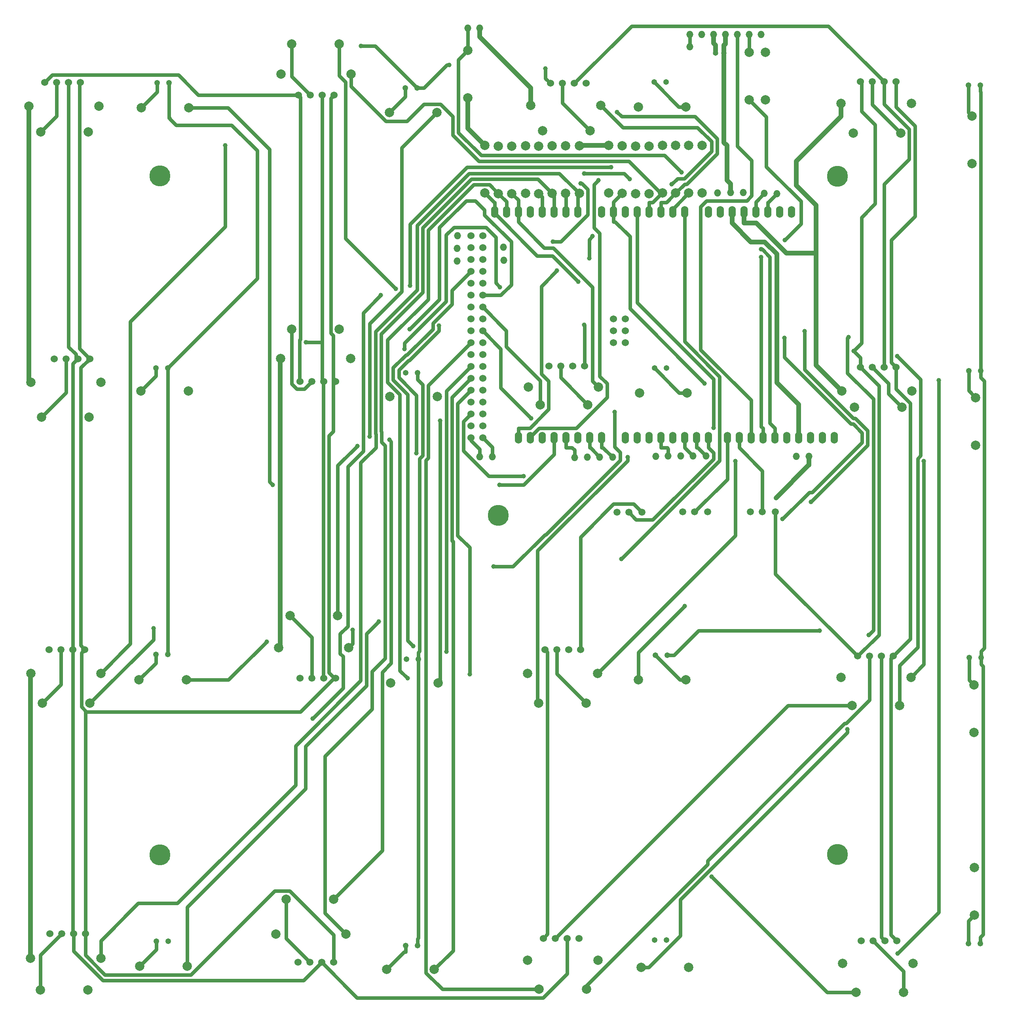
<source format=gbr>
G04 #@! TF.FileFunction,Copper,L2,Bot,Signal*
%FSLAX46Y46*%
G04 Gerber Fmt 4.6, Leading zero omitted, Abs format (unit mm)*
G04 Created by KiCad (PCBNEW 0.201502231246+5447~21~ubuntu14.04.1-product) date Thu 19 Mar 2015 19:56:55 AEDT*
%MOMM*%
G01*
G04 APERTURE LIST*
%ADD10C,0.100000*%
%ADD11O,1.219200X1.219200*%
%ADD12O,1.524000X1.524000*%
%ADD13C,1.524000*%
%ADD14C,1.520000*%
%ADD15C,1.998980*%
%ADD16O,1.524000X2.540000*%
%ADD17O,1.168400X1.168400*%
%ADD18C,4.500880*%
%ADD19C,1.000000*%
%ADD20C,1.000000*%
%ADD21C,0.800000*%
G04 APERTURE END LIST*
D10*
D11*
X68707000Y38074600D03*
X71247000Y38074600D03*
X121767600Y37007800D03*
X124307600Y37007800D03*
X175006400Y38227000D03*
X177546400Y38227000D03*
X242265400Y37617400D03*
X244805400Y37617400D03*
X68402200Y-22885400D03*
X70942200Y-22885400D03*
X121843800Y-23901400D03*
X124383800Y-23901400D03*
X175082400Y-22885400D03*
X177622400Y-22885400D03*
X242341400Y-23495000D03*
X244881400Y-23495000D03*
X68402200Y-84048600D03*
X70942200Y-84048600D03*
X122047000Y-85064600D03*
X124587000Y-85064600D03*
X175285400Y-84251800D03*
X177825400Y-84251800D03*
X242417400Y-84785200D03*
X244957400Y-84785200D03*
X68529200Y-145415000D03*
X71069200Y-145415000D03*
X121843800Y-146279000D03*
X124383800Y-146279000D03*
X175107400Y-145161000D03*
X177647400Y-145161000D03*
X242265400Y-145898000D03*
X244805400Y-145898000D03*
D12*
X197891400Y48463200D03*
X195351400Y48463200D03*
X192811400Y48463200D03*
X190271400Y48463200D03*
X187731400Y48463200D03*
X185191400Y48463200D03*
X182651400Y48463200D03*
X201295400Y14401800D03*
X132892400Y2743200D03*
X142798400Y2921000D03*
X132892400Y0D03*
X142824400Y203200D03*
X205384400Y-41706800D03*
X186105400Y-41630600D03*
X183362400Y-41681400D03*
X180695400Y-41681400D03*
X178028400Y-41656000D03*
X175361400Y-41706800D03*
X166116400Y-41935400D03*
X163372400Y-41884600D03*
X160680400Y-41910000D03*
X157988400Y-41960800D03*
X140360400Y-41808400D03*
X137693400Y-41808400D03*
X182651400Y45770800D03*
D13*
X44678600Y38150800D03*
D14*
X47218600Y38150800D03*
D13*
X49758600Y38150800D03*
X52298600Y38150800D03*
X98907600Y35483800D03*
D14*
X101447600Y35483800D03*
D13*
X103987600Y35483800D03*
X106527600Y35483800D03*
X152831400Y37973000D03*
D14*
X155371400Y37973000D03*
D13*
X157911400Y37973000D03*
X160451400Y37973000D03*
X219100400Y38354000D03*
D14*
X221640400Y38354000D03*
D13*
X224180400Y38354000D03*
X226720400Y38354000D03*
X46634400Y-20880000D03*
D14*
X49174400Y-20880000D03*
D13*
X51714400Y-20880000D03*
X54254400Y-20880000D03*
X99237800Y-25730200D03*
D14*
X101777800Y-25730200D03*
D13*
X104317800Y-25730200D03*
X106857800Y-25730200D03*
X152476400Y-22479000D03*
D14*
X155016400Y-22479000D03*
D13*
X157556400Y-22479000D03*
X160096400Y-22479000D03*
X219125400Y-22682200D03*
D14*
X221665400Y-22682200D03*
D13*
X224205400Y-22682200D03*
X226745400Y-22682200D03*
X45593000Y-83032600D03*
D14*
X48133000Y-83032600D03*
D13*
X50673000Y-83032600D03*
X53213000Y-83032600D03*
X99237800Y-89128600D03*
D14*
X101777800Y-89128600D03*
D13*
X104317800Y-89128600D03*
X106857800Y-89128600D03*
X151663400Y-83032600D03*
D14*
X154203400Y-83032600D03*
D13*
X156743400Y-83032600D03*
X159283400Y-83032600D03*
X218541400Y-84455000D03*
D14*
X221081400Y-84455000D03*
D13*
X223621400Y-84455000D03*
X226161400Y-84455000D03*
X45745400Y-143739000D03*
D14*
X48285400Y-143739000D03*
D13*
X50825400Y-143739000D03*
X53365400Y-143739000D03*
X98831400Y-149885000D03*
D14*
X101371400Y-149885000D03*
D13*
X103911400Y-149885000D03*
X106451400Y-149885000D03*
X151282400Y-144780000D03*
D14*
X153822400Y-144780000D03*
D13*
X156362400Y-144780000D03*
X158902400Y-144780000D03*
X219303400Y-145288000D03*
D14*
X221843400Y-145288000D03*
D13*
X224383400Y-145288000D03*
X226923400Y-145288000D03*
D14*
X195630800Y-53568600D03*
X198170800Y-53594000D03*
X200964800Y-53594000D03*
X181152800Y-53568600D03*
X183692800Y-53594000D03*
X186486800Y-53594000D03*
X167055800Y-53695600D03*
X169595800Y-53721000D03*
X172389800Y-53721000D03*
D15*
X218236400Y-156261000D03*
X228396400Y-156261000D03*
X53949600Y27559000D03*
X43789600Y27559000D03*
X107619800Y46355000D03*
X97459800Y46355000D03*
X151155400Y27863800D03*
X161315400Y27863800D03*
X217576400Y27355800D03*
X227736400Y27355800D03*
X54127400Y-33350200D03*
X43967400Y-33350200D03*
X107670600Y-14605000D03*
X97510600Y-14605000D03*
X150647400Y-30708600D03*
X160807400Y-30708600D03*
X217830400Y-31216600D03*
X227990400Y-31216600D03*
X54330600Y-94513400D03*
X44170600Y-94513400D03*
X107289600Y-75819000D03*
X97129600Y-75819000D03*
X150342400Y-94513400D03*
X160502400Y-94513400D03*
X217322400Y-94996000D03*
X227482400Y-94996000D03*
X96266000Y-136398000D03*
X106426000Y-136398000D03*
X43688000Y-155829000D03*
X53848000Y-155829000D03*
X160528400Y-155651000D03*
X150368400Y-155651000D03*
X135153400Y34848800D03*
X135153400Y45008800D03*
X75488800Y32740600D03*
X65328800Y32740600D03*
X128524000Y31724600D03*
X118364000Y31724600D03*
X171602400Y32943800D03*
X181762400Y32943800D03*
X243027400Y20828000D03*
X243027400Y30988000D03*
X75361800Y-27762200D03*
X65201800Y-27762200D03*
X128600200Y-28981400D03*
X118440200Y-28981400D03*
X171881400Y-28168600D03*
X182041400Y-28168600D03*
X243814400Y-39344600D03*
X243814400Y-29184600D03*
X74955400Y-89535000D03*
X64795400Y-89535000D03*
X128803400Y-90144600D03*
X118643400Y-90144600D03*
X171678400Y-89535000D03*
X181838400Y-89535000D03*
X243408400Y-100761800D03*
X243408400Y-90601800D03*
X75158600Y-150724000D03*
X64998600Y-150724000D03*
X127990600Y-151359000D03*
X117830600Y-151359000D03*
X172237400Y-150927000D03*
X182397400Y-150927000D03*
X243535400Y-129642000D03*
X243535400Y-139802000D03*
X182422400Y24688800D03*
X182422400Y14528800D03*
X176834400Y24688800D03*
X176834400Y14528800D03*
X171069400Y24587200D03*
X171069400Y14427200D03*
X165252400Y24739600D03*
X165252400Y14579600D03*
X156032400Y24638000D03*
X156032400Y14478000D03*
X150342400Y24587200D03*
X150342400Y14427200D03*
X144576400Y24587200D03*
X144576400Y14427200D03*
X138785400Y24688800D03*
X138785400Y14528800D03*
X179628400Y24688800D03*
X179628400Y14528800D03*
X185242400Y24688800D03*
X185242400Y14528800D03*
X173913400Y24587200D03*
X173913400Y14427200D03*
X168173400Y24638000D03*
X168173400Y14478000D03*
X159004400Y24638000D03*
X159004400Y14478000D03*
X153187400Y24638000D03*
X153187400Y14478000D03*
X147497400Y24638000D03*
X147497400Y14478000D03*
X141681400Y24587200D03*
X141681400Y14427200D03*
X195376400Y44627800D03*
X195376400Y34467800D03*
D16*
X163728400Y-37795200D03*
X161188400Y-37795200D03*
X158648400Y-37795200D03*
X156108400Y-37795200D03*
X153568400Y-37795200D03*
X151028400Y-37795200D03*
X148488400Y-37795200D03*
X145948400Y-37795200D03*
X140868400Y10464800D03*
X143408400Y10464800D03*
X145948400Y10464800D03*
X148488400Y10464800D03*
X158648400Y10464800D03*
X163728400Y10464800D03*
X166268400Y10464800D03*
X156108400Y10464800D03*
X153568400Y10464800D03*
X151028400Y10464800D03*
X168808400Y10464800D03*
X171348400Y10464800D03*
X173888400Y10464800D03*
X181508400Y10464800D03*
X178968400Y10464800D03*
X176428400Y10464800D03*
X186588400Y10464800D03*
X189128400Y10464800D03*
X191668400Y10464800D03*
X196748400Y10464800D03*
X199288400Y10464800D03*
X168808400Y-37795200D03*
X171348400Y-37795200D03*
X173888400Y-37795200D03*
X176428400Y-37795200D03*
X178968400Y-37795200D03*
X181508400Y-37795200D03*
X184048400Y-37795200D03*
X186588400Y-37795200D03*
X190652400Y-37795200D03*
X193192400Y-37795200D03*
X195732400Y-37795200D03*
X198272400Y-37795200D03*
X200812400Y-37795200D03*
X203352400Y-37795200D03*
X205892400Y-37795200D03*
X208432400Y-37795200D03*
X194208400Y10464800D03*
D13*
X138328400Y-35255200D03*
X135788400Y-35255200D03*
X138328400Y-32715200D03*
X135788400Y-32715200D03*
X138328400Y-30175200D03*
X135788400Y-30175200D03*
X138328400Y-27635200D03*
X135788400Y-27635200D03*
X138328400Y-37795200D03*
X135788400Y-37795200D03*
X135788400Y-25095200D03*
X138328400Y-25095200D03*
X138328400Y-22555200D03*
X135788400Y-22555200D03*
X138328400Y-20015200D03*
X135788400Y-20015200D03*
X138328400Y-17475200D03*
X135788400Y-17475200D03*
X138328400Y-14935200D03*
X135788400Y-14935200D03*
X138328400Y-12395200D03*
X135788400Y-12395200D03*
X138328400Y-9855200D03*
X135788400Y-9855200D03*
X138328400Y-7315200D03*
X135788400Y-7315200D03*
X138328400Y-4775200D03*
X135788400Y-4775200D03*
X138328400Y-2235200D03*
X135788400Y-2235200D03*
X138328400Y304800D03*
X135788400Y304800D03*
X138328400Y2844800D03*
X135788400Y2844800D03*
X138328400Y5384800D03*
X135788400Y5384800D03*
X168808400Y-17475200D03*
X166268400Y-17475200D03*
X168808400Y-14935200D03*
X166268400Y-14935200D03*
X168808400Y-12395200D03*
X166268400Y-12395200D03*
D16*
X201828400Y10464800D03*
X204368400Y10464800D03*
X210972400Y-37795200D03*
X213512400Y-37795200D03*
D12*
X135153400Y49784000D03*
X137693400Y49784000D03*
D15*
X41217200Y33096200D03*
X56217200Y33096200D03*
X95192200Y39928800D03*
X110192200Y39928800D03*
X148633400Y33274000D03*
X163633400Y33274000D03*
X215029400Y33655000D03*
X230029400Y33655000D03*
X41674400Y-25880000D03*
X56674400Y-25880000D03*
X95090600Y-20853400D03*
X110090600Y-20853400D03*
X148125400Y-26949400D03*
X163125400Y-26949400D03*
X215181400Y-27762200D03*
X230181400Y-27762200D03*
X41649000Y-88112600D03*
X56649000Y-88112600D03*
X94684200Y-82626200D03*
X109684200Y-82626200D03*
X147922400Y-88112600D03*
X162922400Y-88112600D03*
X214953400Y-88976200D03*
X229953400Y-88976200D03*
X41623600Y-149047000D03*
X56623600Y-149047000D03*
X94074600Y-143840000D03*
X109074600Y-143840000D03*
X147973400Y-149479000D03*
X162973400Y-149479000D03*
X215359400Y-150089000D03*
X230359400Y-150089000D03*
X198856400Y34467800D03*
X198856400Y44627800D03*
D12*
X198577400Y14452600D03*
X132918400Y5435600D03*
X208102400Y-41783000D03*
X194081400Y14681200D03*
X191363400Y14655800D03*
X188595400Y14579600D03*
D17*
X188188400Y44424600D03*
X189966400Y44424600D03*
D18*
X69240400Y18211800D03*
X214249000Y18135600D03*
X69240400Y-126923800D03*
X214249000Y-126873000D03*
X141706600Y-54330600D03*
D19*
X201073100Y-50624500D03*
X190576900Y24688800D03*
X217673200Y-19202400D03*
X151750100Y41141200D03*
X100504800Y-17390600D03*
X160039700Y-13643900D03*
X187336800Y-131582400D03*
X123503900Y-82310700D03*
X153327300Y4133000D03*
X159276500Y16576400D03*
X119740100Y-5892500D03*
X161847800Y5331700D03*
X161105600Y625400D03*
X165799200Y20030700D03*
X122801600Y-5292100D03*
X122699300Y-14583700D03*
X67901000Y-78492900D03*
X121609700Y-18766300D03*
X142033800Y-5551400D03*
X111491800Y-39525400D03*
X169322800Y-41881500D03*
X148681900Y-33602800D03*
X227010500Y-20283600D03*
X118342900Y-38209800D03*
X227069000Y-147976700D03*
X235859400Y-25517700D03*
X197878000Y2502700D03*
X180904800Y18943600D03*
X93397700Y-47856300D03*
X141885500Y-47820800D03*
X114165400Y-37525800D03*
X163105000Y17302400D03*
X154203400Y-2041000D03*
X128974100Y-13800100D03*
X124154100Y-41065700D03*
X147057400Y-45976700D03*
X140639800Y-65252600D03*
X92108600Y-81367400D03*
X166551300Y-32217200D03*
X129189500Y-34107600D03*
X181547300Y-73764700D03*
X202497000Y-55149600D03*
X202848700Y-16449900D03*
X135552700Y-88304700D03*
X116117500Y-77023600D03*
X208595800Y-51446700D03*
X207238900Y-14975200D03*
X216322000Y-100098400D03*
X220904400Y-79925800D03*
X216610200Y-16218600D03*
X130616500Y-83458400D03*
X197900300Y881200D03*
X202971400Y4470400D03*
X169789400Y17540600D03*
X160012500Y18730400D03*
X178773100Y16390100D03*
X158795200Y-4396400D03*
X83210400Y24688800D03*
X167070500Y31843800D03*
X168015800Y-63697800D03*
X110510600Y-78855800D03*
X187715000Y-35627200D03*
X192363500Y-42781600D03*
X185788200Y-26133700D03*
X232696700Y-42772000D03*
X116545500Y-7319000D03*
X101964900Y-97757500D03*
X122253900Y-89163700D03*
X210455700Y-78974900D03*
X112291700Y45957900D03*
X131152000Y41937500D03*
D20*
X208102400Y-41783000D02*
X208102400Y-43645300D01*
X208102400Y-43645300D02*
X208052300Y-43645300D01*
X208052300Y-43645300D02*
X201073100Y-50624500D01*
X191668400Y8094500D02*
X195659900Y4103000D01*
X195659900Y4103000D02*
X198639300Y4103000D01*
X198639300Y4103000D02*
X201248400Y1493900D01*
X201248400Y1493900D02*
X201248400Y-26018500D01*
X201248400Y-26018500D02*
X205892400Y-30662500D01*
X205892400Y-30662500D02*
X205892400Y-37795200D01*
X165252400Y24739600D02*
X159106000Y24739600D01*
X159106000Y24739600D02*
X159004400Y24638000D01*
X191668400Y10464800D02*
X191668400Y8094500D01*
X138785400Y24688800D02*
X135153400Y28320800D01*
X135153400Y28320800D02*
X135153400Y34848800D01*
X190576900Y24688800D02*
X189966400Y25299300D01*
X189966400Y25299300D02*
X189966400Y44424600D01*
X191363400Y16518100D02*
X190576900Y17304600D01*
X190576900Y17304600D02*
X190576900Y24688800D01*
X191363400Y14655800D02*
X191363400Y16518100D01*
X189966400Y44424600D02*
X189966400Y46109100D01*
X189966400Y46109100D02*
X190271400Y46414100D01*
X190271400Y46414100D02*
X190271400Y48463200D01*
D21*
X199288400Y10464800D02*
X199288400Y12535100D01*
X199288400Y12535100D02*
X199428700Y12535100D01*
X199428700Y12535100D02*
X201295400Y14401800D01*
X196748400Y10464800D02*
X196748400Y12623600D01*
X196748400Y12623600D02*
X198577400Y14452600D01*
X184048400Y-37795200D02*
X184048400Y-39865500D01*
X184048400Y-39865500D02*
X184340300Y-39865500D01*
X184340300Y-39865500D02*
X186105400Y-41630600D01*
X181508400Y-37795200D02*
X181508400Y-39865500D01*
X181508400Y-39865500D02*
X181546500Y-39865500D01*
X181546500Y-39865500D02*
X183362400Y-41681400D01*
X176428400Y-37795200D02*
X176428400Y-39865500D01*
X178028400Y-41656000D02*
X178028400Y-40093700D01*
X176428400Y-39865500D02*
X177800200Y-39865500D01*
X177800200Y-39865500D02*
X178028400Y-40093700D01*
X163728400Y-37795200D02*
X163728400Y-39865500D01*
X163728400Y-39865500D02*
X164046500Y-39865500D01*
X164046500Y-39865500D02*
X166116400Y-41935400D01*
X161188400Y-37795200D02*
X161188400Y-39865500D01*
X161188400Y-39865500D02*
X161353300Y-39865500D01*
X161353300Y-39865500D02*
X163372400Y-41884600D01*
X156108400Y-37795200D02*
X156108400Y-39865500D01*
X157988400Y-41960800D02*
X157988400Y-40398500D01*
X156108400Y-39865500D02*
X157455400Y-39865500D01*
X157455400Y-39865500D02*
X157988400Y-40398500D01*
X138328400Y-37795200D02*
X140360400Y-39827200D01*
X140360400Y-39827200D02*
X140360400Y-41808400D01*
X137693400Y-41808400D02*
X137693400Y-40246100D01*
X135788400Y-37795200D02*
X135788400Y-38341100D01*
X135788400Y-38341100D02*
X137693400Y-40246100D01*
X219378800Y7391400D02*
X219378800Y9346200D01*
X222300800Y29083000D02*
X219378800Y32005000D01*
X222300800Y12268200D02*
X222300800Y29083000D01*
X219378800Y9346200D02*
X222300800Y12268200D01*
X219100400Y38354000D02*
X219378800Y38075600D01*
X219378800Y38075600D02*
X219378800Y32005000D01*
X219378800Y7391400D02*
X219378800Y-17496800D01*
X219378800Y-17496800D02*
X217673200Y-19202400D01*
X217673200Y-19202400D02*
X219125400Y-20654600D01*
X219125400Y-20654600D02*
X219125400Y-22682200D01*
X218541400Y-84455000D02*
X223101900Y-79894500D01*
X223101900Y-79894500D02*
X223101900Y-26658700D01*
X223101900Y-26658700D02*
X219125400Y-22682200D01*
X98907600Y35483800D02*
X77503900Y35483800D01*
X77503900Y35483800D02*
X73229200Y39758500D01*
X73229200Y39758500D02*
X46286300Y39758500D01*
X46286300Y39758500D02*
X44678600Y38150800D01*
X99237800Y-25730200D02*
X99204500Y-25696900D01*
X99204500Y-25696900D02*
X99204500Y-16852000D01*
X99204500Y-16852000D02*
X99319000Y-16737500D01*
X99319000Y-16737500D02*
X99319000Y35072400D01*
X99319000Y35072400D02*
X98907600Y35483800D01*
X151663400Y-83032600D02*
X152187200Y-83556400D01*
X152187200Y-83556400D02*
X152187200Y-143875200D01*
X152187200Y-143875200D02*
X151282400Y-144780000D01*
X152831400Y37973000D02*
X151750100Y39054300D01*
X151750100Y39054300D02*
X151750100Y41141200D01*
X200964800Y-53594000D02*
X200964800Y-66878400D01*
X200964800Y-66878400D02*
X218541400Y-84455000D01*
X43789600Y27559000D02*
X47218600Y30988000D01*
X47218600Y30988000D02*
X47218600Y38150800D01*
X157911400Y37973000D02*
X170179200Y50240800D01*
X170179200Y50240800D02*
X212293600Y50240800D01*
X212293600Y50240800D02*
X224180400Y38354000D01*
X156362400Y-144780000D02*
X156362400Y-152288300D01*
X156362400Y-152288300D02*
X151195200Y-157455500D01*
X151195200Y-157455500D02*
X111481900Y-157455500D01*
X111481900Y-157455500D02*
X103911400Y-149885000D01*
X50825400Y-143739000D02*
X50825400Y-147527700D01*
X50825400Y-147527700D02*
X57049100Y-153751400D01*
X57049100Y-153751400D02*
X100045000Y-153751400D01*
X100045000Y-153751400D02*
X103911400Y-149885000D01*
X50825400Y-143739000D02*
X50673000Y-143586600D01*
X50673000Y-143586600D02*
X50673000Y-83032600D01*
X103987600Y-17390600D02*
X103987600Y-25400000D01*
X103987600Y-25400000D02*
X104317800Y-25730200D01*
X103987600Y35483800D02*
X103987600Y-17390600D01*
X103987600Y-17390600D02*
X100504800Y-17390600D01*
X224205400Y-22682200D02*
X224205400Y16436800D01*
X224205400Y16436800D02*
X229553200Y21784600D01*
X229553200Y21784600D02*
X229553200Y28166400D01*
X229553200Y28166400D02*
X224180400Y33539200D01*
X224180400Y33539200D02*
X224180400Y38354000D01*
X224383400Y-145288000D02*
X223621400Y-144526000D01*
X223621400Y-144526000D02*
X223621400Y-84455000D01*
X51319300Y-20880000D02*
X51319300Y-19902700D01*
X51319300Y-19902700D02*
X49758600Y-18342000D01*
X49758600Y-18342000D02*
X49758600Y38150800D01*
X50673000Y-83032600D02*
X50673000Y-21921400D01*
X50673000Y-21921400D02*
X51319300Y-21275100D01*
X51319300Y-21275100D02*
X51319300Y-20880000D01*
X51319300Y-20880000D02*
X51714400Y-20880000D01*
X104317800Y-89128600D02*
X104256600Y-89067400D01*
X104256600Y-89067400D02*
X104256600Y-25791400D01*
X104256600Y-25791400D02*
X104317800Y-25730200D01*
X226745400Y-22682200D02*
X225706400Y-21643200D01*
X225706400Y-21643200D02*
X225706400Y4483100D01*
X225706400Y4483100D02*
X230803600Y9580300D01*
X230803600Y9580300D02*
X230803600Y28874300D01*
X230803600Y28874300D02*
X226720400Y32957500D01*
X226720400Y32957500D02*
X226720400Y38354000D01*
X226161400Y-84455000D02*
X229815300Y-80801100D01*
X229815300Y-80801100D02*
X229815300Y-30426400D01*
X229815300Y-30426400D02*
X226745400Y-27356500D01*
X226745400Y-27356500D02*
X226745400Y-22682200D01*
X53365400Y-143739000D02*
X53365400Y-148370000D01*
X53365400Y-148370000D02*
X57532800Y-152537400D01*
X57532800Y-152537400D02*
X75910800Y-152537400D01*
X75910800Y-152537400D02*
X93864000Y-134584200D01*
X93864000Y-134584200D02*
X97005600Y-134584200D01*
X97005600Y-134584200D02*
X106451400Y-144030000D01*
X106451400Y-144030000D02*
X106451400Y-149885000D01*
X53560800Y-96352500D02*
X53365400Y-96547900D01*
X53365400Y-96547900D02*
X53365400Y-143739000D01*
X160039700Y-13643900D02*
X160096400Y-13700600D01*
X160096400Y-13700600D02*
X160096400Y-22479000D01*
X159283400Y-83032600D02*
X159283400Y-58975600D01*
X159283400Y-58975600D02*
X166326300Y-51932700D01*
X166326300Y-51932700D02*
X170601500Y-51932700D01*
X170601500Y-51932700D02*
X172389800Y-53721000D01*
X53560800Y-96352500D02*
X52501000Y-95292700D01*
X52501000Y-95292700D02*
X52501000Y-83744600D01*
X52501000Y-83744600D02*
X53213000Y-83032600D01*
X106461800Y-89128600D02*
X106461800Y-89221900D01*
X106461800Y-89221900D02*
X99331200Y-96352500D01*
X99331200Y-96352500D02*
X53560800Y-96352500D01*
X106369600Y-25730200D02*
X106369600Y-36410700D01*
X106369600Y-36410700D02*
X105457000Y-37323300D01*
X105457000Y-37323300D02*
X105457000Y-87993200D01*
X105457000Y-87993200D02*
X106461800Y-88998000D01*
X106461800Y-88998000D02*
X106461800Y-89128600D01*
X106461800Y-89128600D02*
X106857800Y-89128600D01*
X53213000Y-83032600D02*
X52327500Y-82147100D01*
X52327500Y-82147100D02*
X52327500Y-22806900D01*
X52327500Y-22806900D02*
X54254400Y-20880000D01*
X106369600Y-25730200D02*
X106369600Y-15889900D01*
X106369600Y-15889900D02*
X105857300Y-15377600D01*
X105857300Y-15377600D02*
X105857300Y34813500D01*
X105857300Y34813500D02*
X106527600Y35483800D01*
X106857800Y-25730200D02*
X106369600Y-25730200D01*
X226923400Y-145288000D02*
X225680300Y-144044900D01*
X225680300Y-144044900D02*
X225680300Y-84936100D01*
X225680300Y-84936100D02*
X226161400Y-84455000D01*
X54254400Y-20880000D02*
X52115300Y-18740900D01*
X52115300Y-18740900D02*
X52115300Y37967500D01*
X52115300Y37967500D02*
X52298600Y38150800D01*
X97459800Y46355000D02*
X97459800Y39471600D01*
X97459800Y39471600D02*
X101447600Y35483800D01*
X161315400Y27863800D02*
X155371400Y33807800D01*
X155371400Y33807800D02*
X155371400Y37973000D01*
X227736400Y27355800D02*
X221640400Y33451800D01*
X221640400Y33451800D02*
X221640400Y38354000D01*
X43967400Y-33350200D02*
X49174400Y-28143200D01*
X49174400Y-28143200D02*
X49174400Y-20880000D01*
X97510600Y-14605000D02*
X97510600Y-26247100D01*
X97510600Y-26247100D02*
X98594000Y-27330500D01*
X98594000Y-27330500D02*
X100177500Y-27330500D01*
X100177500Y-27330500D02*
X101777800Y-25730200D01*
X160807400Y-30708600D02*
X155016400Y-24917600D01*
X155016400Y-24917600D02*
X155016400Y-22479000D01*
X227990400Y-31216600D02*
X225148000Y-28374200D01*
X225148000Y-28374200D02*
X225148000Y-26164800D01*
X225148000Y-26164800D02*
X221665400Y-22682200D01*
X44170600Y-94513400D02*
X48133000Y-90551000D01*
X48133000Y-90551000D02*
X48133000Y-83032600D01*
X97129600Y-75819000D02*
X101777800Y-80467200D01*
X101777800Y-80467200D02*
X101777800Y-89128600D01*
X160502400Y-94513400D02*
X154203400Y-88214400D01*
X154203400Y-88214400D02*
X154203400Y-83032600D01*
X221081400Y-84455000D02*
X221081400Y-93784100D01*
X221081400Y-93784100D02*
X216067400Y-98798100D01*
X216067400Y-98798100D02*
X215783400Y-98798100D01*
X215783400Y-98798100D02*
X186429900Y-128151600D01*
X186429900Y-128151600D02*
X186429900Y-128952900D01*
X186429900Y-128952900D02*
X160528400Y-154854400D01*
X160528400Y-154854400D02*
X160528400Y-155651000D01*
X43688000Y-155829000D02*
X43688000Y-148336400D01*
X43688000Y-148336400D02*
X48285400Y-143739000D01*
X96266000Y-136398000D02*
X96266000Y-144779600D01*
X96266000Y-144779600D02*
X101371400Y-149885000D01*
X217322400Y-94996000D02*
X203606400Y-94996000D01*
X203606400Y-94996000D02*
X153822400Y-144780000D01*
X228396400Y-156261000D02*
X228396400Y-151841000D01*
X228396400Y-151841000D02*
X221843400Y-145288000D01*
X198170800Y-53594000D02*
X198170800Y-44843900D01*
X198170800Y-44843900D02*
X193192400Y-39865500D01*
X193192400Y-37795200D02*
X193192400Y-39865500D01*
X190652400Y-37795200D02*
X190652400Y-39865500D01*
X190652400Y-39865500D02*
X190652400Y-46634400D01*
X190652400Y-46634400D02*
X183692800Y-53594000D01*
X186588400Y-39865500D02*
X187693300Y-40970400D01*
X187693300Y-40970400D02*
X187693300Y-42322600D01*
X187693300Y-42322600D02*
X174721400Y-55294500D01*
X174721400Y-55294500D02*
X171169300Y-55294500D01*
X171169300Y-55294500D02*
X169595800Y-53721000D01*
X186588400Y-37795200D02*
X186588400Y-39865500D01*
X123503900Y-82310700D02*
X122303600Y-81110400D01*
X122303600Y-81110400D02*
X122303600Y-28515800D01*
X122303600Y-28515800D02*
X119185800Y-25398000D01*
X119185800Y-25398000D02*
X119185800Y-22813700D01*
X119185800Y-22813700D02*
X121932900Y-20066600D01*
X121932900Y-20066600D02*
X122148400Y-20066600D01*
X122148400Y-20066600D02*
X127673800Y-14541200D01*
X127673800Y-14541200D02*
X127673800Y-13261500D01*
X127673800Y-13261500D02*
X131726600Y-9208700D01*
X131726600Y-9208700D02*
X131726600Y-6297000D01*
X131726600Y-6297000D02*
X135788400Y-2235200D01*
X187336800Y-131582400D02*
X212015400Y-156261000D01*
X212015400Y-156261000D02*
X218236400Y-156261000D01*
X159539200Y16576400D02*
X159276500Y16576400D01*
X160811300Y15304300D02*
X159539200Y16576400D01*
X160811300Y9903600D02*
X160811300Y15304300D01*
X155040700Y4133000D02*
X160811300Y9903600D01*
X153327300Y4133000D02*
X155040700Y4133000D01*
X107619800Y46355000D02*
X107619800Y39641700D01*
X107619800Y39641700D02*
X108991800Y38269700D01*
X108991800Y38269700D02*
X108991800Y4855800D01*
X108991800Y4855800D02*
X119740100Y-5892500D01*
X161105600Y625400D02*
X161105600Y4589500D01*
X161105600Y4589500D02*
X161847800Y5331700D01*
X122801600Y-5292100D02*
X122801600Y7835300D01*
X122801600Y7835300D02*
X134997000Y20030700D01*
X134997000Y20030700D02*
X165799200Y20030700D01*
X138328400Y-7315200D02*
X142177700Y-7315200D01*
X142177700Y-7315200D02*
X144434300Y-5058600D01*
X144434300Y-5058600D02*
X144434300Y4111600D01*
X144434300Y4111600D02*
X138722400Y9823500D01*
X138722400Y9823500D02*
X138722400Y10915100D01*
X138722400Y10915100D02*
X136751800Y12885700D01*
X136751800Y12885700D02*
X134769900Y12885700D01*
X134769900Y12885700D02*
X129076400Y7192200D01*
X129076400Y7192200D02*
X129076400Y-8206600D01*
X129076400Y-8206600D02*
X122699300Y-14583700D01*
X138328400Y-9855200D02*
X143369000Y-14895800D01*
X143369000Y-14895800D02*
X143369000Y-18308100D01*
X143369000Y-18308100D02*
X150647400Y-25586500D01*
X150647400Y-25586500D02*
X150647400Y-30708600D01*
X67901000Y-78492900D02*
X67901000Y-80943000D01*
X67901000Y-80943000D02*
X54330600Y-94513400D01*
X142033800Y-5551400D02*
X141138200Y-4655800D01*
X141138200Y-4655800D02*
X141138200Y5089400D01*
X141138200Y5089400D02*
X139020300Y7207300D01*
X139020300Y7207300D02*
X132183800Y7207300D01*
X132183800Y7207300D02*
X130526200Y5549700D01*
X130526200Y5549700D02*
X130526200Y-8596000D01*
X130526200Y-8596000D02*
X121609700Y-17512500D01*
X121609700Y-17512500D02*
X121609700Y-18766300D01*
X111491800Y-39525400D02*
X107289600Y-43727600D01*
X107289600Y-43727600D02*
X107289600Y-75819000D01*
X150342400Y-94513400D02*
X150072500Y-94243500D01*
X150072500Y-94243500D02*
X150072500Y-61924900D01*
X150072500Y-61924900D02*
X169322800Y-42674600D01*
X169322800Y-42674600D02*
X169322800Y-41881500D01*
X138328400Y-14935200D02*
X142168600Y-18775400D01*
X142168600Y-18775400D02*
X142168600Y-27089500D01*
X142168600Y-27089500D02*
X148681900Y-33602800D01*
X227010500Y-20283600D02*
X232036100Y-25309200D01*
X232036100Y-25309200D02*
X232036100Y-41593700D01*
X232036100Y-41593700D02*
X231396400Y-42233400D01*
X231396400Y-42233400D02*
X231396400Y-82527800D01*
X231396400Y-82527800D02*
X227482400Y-86441800D01*
X227482400Y-86441800D02*
X227482400Y-94996000D01*
X106426000Y-136398000D02*
X116843500Y-125980500D01*
X116843500Y-125980500D02*
X116843500Y-87848700D01*
X116843500Y-87848700D02*
X118717400Y-85974800D01*
X118717400Y-85974800D02*
X118717400Y-38584300D01*
X118717400Y-38584300D02*
X118342900Y-38209800D01*
X227069000Y-147976700D02*
X235859400Y-139186300D01*
X235859400Y-139186300D02*
X235859400Y-25517700D01*
X150368400Y-155651000D02*
X129727500Y-155651000D01*
X129727500Y-155651000D02*
X126187700Y-152111200D01*
X126187700Y-152111200D02*
X126187700Y-42568600D01*
X126187700Y-42568600D02*
X126654700Y-42101600D01*
X126654700Y-42101600D02*
X126654700Y-26608900D01*
X126654700Y-26608900D02*
X135788400Y-17475200D01*
X197878000Y2502700D02*
X198117800Y2502700D01*
X198117800Y2502700D02*
X199748100Y872400D01*
X199748100Y872400D02*
X199748100Y-34660600D01*
X199748100Y-34660600D02*
X200812400Y-35724900D01*
X200812400Y-37795200D02*
X200812400Y-35724900D01*
X135153400Y45008800D02*
X133132800Y42988200D01*
X133132800Y42988200D02*
X133132800Y27442200D01*
X133132800Y27442200D02*
X137987700Y22587300D01*
X137987700Y22587300D02*
X177261100Y22587300D01*
X177261100Y22587300D02*
X180904800Y18943600D01*
X135153400Y49784000D02*
X135153400Y45008800D01*
X75488800Y32740600D02*
X83870800Y32740600D01*
X92740400Y23871000D02*
X92740400Y15489000D01*
X83870800Y32740600D02*
X92740400Y23871000D01*
X141885500Y-47820800D02*
X147052300Y-47820800D01*
X147052300Y-47820800D02*
X153568400Y-41304700D01*
X153568400Y-41304700D02*
X153568400Y-39865500D01*
X153568400Y-37795200D02*
X153568400Y-39865500D01*
X93397700Y-47856300D02*
X92740400Y-47199000D01*
X92740400Y-47199000D02*
X92740400Y15489000D01*
X114165400Y-37525800D02*
X114165400Y-13389000D01*
X114165400Y-13389000D02*
X121040500Y-6513900D01*
X121040500Y-6513900D02*
X121040500Y24241100D01*
X121040500Y24241100D02*
X128524000Y31724600D01*
X163105000Y17302400D02*
X162142300Y16339700D01*
X162142300Y16339700D02*
X162142300Y7129800D01*
X162142300Y7129800D02*
X163366600Y5905500D01*
X163366600Y5905500D02*
X163366600Y-24606700D01*
X163366600Y-24606700D02*
X164925300Y-26165400D01*
X164925300Y-26165400D02*
X164925300Y-29144700D01*
X164925300Y-29144700D02*
X158361600Y-35708400D01*
X158361600Y-35708400D02*
X150376900Y-35708400D01*
X150376900Y-35708400D02*
X148488400Y-37596900D01*
X148488400Y-37596900D02*
X148488400Y-37795200D01*
X145948400Y-35724900D02*
X148398800Y-35724900D01*
X148398800Y-35724900D02*
X152447400Y-31676300D01*
X152447400Y-31676300D02*
X152447400Y-25688800D01*
X152447400Y-25688800D02*
X150864100Y-24105500D01*
X150864100Y-24105500D02*
X150864100Y-5380300D01*
X150864100Y-5380300D02*
X154203400Y-2041000D01*
X145948400Y-37795200D02*
X145948400Y-35724900D01*
X124154100Y-41065700D02*
X124154100Y-28668800D01*
X124154100Y-28668800D02*
X120386100Y-24900800D01*
X120386100Y-24900800D02*
X120386100Y-23316700D01*
X120386100Y-23316700D02*
X122435900Y-21266900D01*
X122435900Y-21266900D02*
X122645600Y-21266900D01*
X122645600Y-21266900D02*
X128974100Y-14938400D01*
X128974100Y-14938400D02*
X128974100Y-13800100D01*
X135788400Y-32715200D02*
X134180500Y-34323100D01*
X134180500Y-34323100D02*
X134180500Y-40542300D01*
X134180500Y-40542300D02*
X139614900Y-45976700D01*
X139614900Y-45976700D02*
X147057400Y-45976700D01*
X151812750Y-58467750D02*
X151615650Y-58467750D01*
X144830800Y-65252600D02*
X140639800Y-65252600D01*
X151615650Y-58467750D02*
X144830800Y-65252600D01*
X92108600Y-81367400D02*
X83941000Y-89535000D01*
X83941000Y-89535000D02*
X74955400Y-89535000D01*
X166551300Y-32217200D02*
X166551300Y-39678300D01*
X166551300Y-39678300D02*
X167731200Y-40858200D01*
X167731200Y-40858200D02*
X167731200Y-42549300D01*
X167731200Y-42549300D02*
X151812750Y-58467750D01*
X129189500Y-34107600D02*
X129189500Y-89758500D01*
X129189500Y-89758500D02*
X128803400Y-90144600D01*
X202497000Y-55149600D02*
X208176300Y-49470300D01*
X208176300Y-49470300D02*
X208777900Y-49470300D01*
X208777900Y-49470300D02*
X219500900Y-38747300D01*
X219500900Y-38747300D02*
X219500900Y-36763600D01*
X219500900Y-36763600D02*
X217575900Y-34838600D01*
X217575900Y-34838600D02*
X217120700Y-34838600D01*
X217120700Y-34838600D02*
X202848700Y-20566600D01*
X202848700Y-20566600D02*
X202848700Y-16449900D01*
X181547300Y-73764700D02*
X171678400Y-83633600D01*
X171678400Y-83633600D02*
X171678400Y-89535000D01*
X135552700Y-88304700D02*
X135552700Y-61215100D01*
X135552700Y-61215100D02*
X132980100Y-58642500D01*
X132980100Y-58642500D02*
X132980100Y-30443500D01*
X132980100Y-30443500D02*
X135788400Y-27635200D01*
X75158600Y-138938000D02*
X75158600Y-138074400D01*
X100457000Y-112776000D02*
X100457000Y-103753000D01*
X75158600Y-138074400D02*
X100457000Y-112776000D01*
X208595800Y-51446700D02*
X220701300Y-39341200D01*
X220701300Y-39341200D02*
X220701300Y-36266300D01*
X220701300Y-36266300D02*
X218073200Y-33638200D01*
X218073200Y-33638200D02*
X217650700Y-33638200D01*
X217650700Y-33638200D02*
X207238900Y-23226400D01*
X207238900Y-23226400D02*
X207238900Y-14975200D01*
X116117500Y-77023600D02*
X113435600Y-79705500D01*
X113435600Y-79705500D02*
X113435600Y-90774400D01*
X113435600Y-90774400D02*
X100457000Y-103753000D01*
X75158600Y-138938000D02*
X75158600Y-150724000D01*
X127990600Y-151359000D02*
X131977600Y-147372000D01*
X131977600Y-147372000D02*
X131977600Y-59937800D01*
X131977600Y-59937800D02*
X131779800Y-59740000D01*
X131779800Y-59740000D02*
X131779800Y-29103800D01*
X131779800Y-29103800D02*
X135788400Y-25095200D01*
X216610200Y-16218600D02*
X216372900Y-16455900D01*
X216372900Y-16455900D02*
X216372900Y-23924500D01*
X216372900Y-23924500D02*
X221901600Y-29453200D01*
X221901600Y-29453200D02*
X221901600Y-78928600D01*
X221901600Y-78928600D02*
X220904400Y-79925800D01*
X216322000Y-100098400D02*
X216322000Y-100758300D01*
X216322000Y-100758300D02*
X180597500Y-136482800D01*
X180597500Y-136482800D02*
X180597500Y-144209300D01*
X180597500Y-144209300D02*
X173879800Y-150927000D01*
X173879800Y-150927000D02*
X172237400Y-150927000D01*
X135788400Y-22555200D02*
X130579400Y-27764200D01*
X130579400Y-27764200D02*
X130579400Y-83421300D01*
X130579400Y-83421300D02*
X130616500Y-83458400D01*
D20*
X215029400Y31800800D02*
X215029400Y30904800D01*
X209657600Y11932000D02*
X209657600Y1676400D01*
X205460600Y16129000D02*
X209657600Y11932000D01*
X205460600Y21336000D02*
X205460600Y16129000D01*
X215029400Y30904800D02*
X205460600Y21336000D01*
X94684200Y-82626200D02*
X94998000Y-82312400D01*
X94998000Y-82312400D02*
X94998000Y-20946000D01*
X94998000Y-20946000D02*
X95090600Y-20853400D01*
X196316600Y8094500D02*
X194208400Y8094500D01*
X196316600Y8094500D02*
X196910544Y8094500D01*
X196910544Y8094500D02*
X203328644Y1676400D01*
X203328644Y1676400D02*
X209657600Y1676400D01*
X194208400Y10464800D02*
X194208400Y8094500D01*
X215029400Y33655000D02*
X215029400Y31800800D01*
X215181400Y-27762200D02*
X209657600Y-22238400D01*
X209657600Y-22238400D02*
X209657600Y1676400D01*
X188188400Y44424600D02*
X188188400Y46109100D01*
X188188400Y46109100D02*
X187731400Y46566100D01*
X187731400Y46566100D02*
X187731400Y48463200D01*
X41217200Y33096200D02*
X41217200Y-25422800D01*
X41217200Y-25422800D02*
X41674400Y-25880000D01*
X41649000Y-88112600D02*
X41623600Y-88138000D01*
X41623600Y-88138000D02*
X41623600Y-149047000D01*
X137693400Y49784000D02*
X137693400Y47921700D01*
X148633400Y33274000D02*
X148633400Y36981700D01*
X148633400Y36981700D02*
X137693400Y47921700D01*
D21*
X199021500Y25679400D02*
X199021500Y20180500D01*
X206425800Y7924800D02*
X202971400Y4470400D01*
X206425800Y12776200D02*
X206425800Y7924800D01*
X199021500Y20180500D02*
X206425800Y12776200D01*
X199021500Y30822700D02*
X199021500Y25679400D01*
X198272400Y-37795200D02*
X198272400Y-35724900D01*
X197900300Y-35352800D02*
X197900300Y881200D01*
X198272400Y-35724900D02*
X197900300Y-35352800D01*
X199021500Y30822700D02*
X195376400Y34467800D01*
X168599600Y18730400D02*
X160012500Y18730400D01*
X169789400Y17540600D02*
X168599600Y18730400D01*
X182422400Y14528800D02*
X178968400Y11074800D01*
X178968400Y11074800D02*
X178968400Y10464800D01*
X176518000Y14404300D02*
X176642500Y14528800D01*
X176642500Y14528800D02*
X176834400Y14528800D01*
X173888400Y12535100D02*
X174648800Y12535100D01*
X174648800Y12535100D02*
X176518000Y14404300D01*
X110192200Y39928800D02*
X110192200Y37334600D01*
X110192200Y37334600D02*
X117602800Y29924000D01*
X117602800Y29924000D02*
X122117100Y29924000D01*
X122117100Y29924000D02*
X125741800Y33548700D01*
X125741800Y33548700D02*
X129278500Y33548700D01*
X129278500Y33548700D02*
X131932200Y30895000D01*
X131932200Y30895000D02*
X131932200Y26924200D01*
X131932200Y26924200D02*
X137525400Y21331000D01*
X137525400Y21331000D02*
X169591200Y21331000D01*
X169591200Y21331000D02*
X176518000Y14404300D01*
X173888400Y10464800D02*
X173888400Y12535100D01*
X178773100Y16390100D02*
X180026300Y17643300D01*
X180026300Y17643300D02*
X181443500Y17643300D01*
X181443500Y17643300D02*
X187261000Y23460800D01*
X187261000Y23460800D02*
X187261000Y25544400D01*
X187261000Y25544400D02*
X184275700Y28529700D01*
X184275700Y28529700D02*
X168377700Y28529700D01*
X168377700Y28529700D02*
X163633400Y33274000D01*
X156108400Y10464800D02*
X156108400Y14402000D01*
X156108400Y14402000D02*
X156032400Y14478000D01*
X151028400Y10464800D02*
X151028400Y13741200D01*
X151028400Y13741200D02*
X150342400Y14427200D01*
X145948400Y8394500D02*
X151510200Y2832700D01*
X151510200Y2832700D02*
X153423600Y2832700D01*
X153423600Y2832700D02*
X161805600Y-5549300D01*
X161805600Y-5549300D02*
X161805600Y-25629600D01*
X161805600Y-25629600D02*
X163125400Y-26949400D01*
X145948400Y10464800D02*
X145948400Y8394500D01*
X145948400Y10464800D02*
X145948400Y13055200D01*
X145948400Y13055200D02*
X144576400Y14427200D01*
X158795200Y-4396400D02*
X153288100Y1110700D01*
X153288100Y1110700D02*
X149985400Y1110700D01*
X149985400Y1110700D02*
X140868400Y10227700D01*
X140868400Y10227700D02*
X140868400Y10464800D01*
X140868400Y10464800D02*
X140868400Y12535100D01*
X140868400Y12535100D02*
X140779100Y12535100D01*
X140779100Y12535100D02*
X138785400Y14528800D01*
X77622400Y1752600D02*
X77622400Y1778000D01*
X83210400Y7366000D02*
X83210400Y24688800D01*
X77622400Y1778000D02*
X83210400Y7366000D01*
X62941200Y-13614400D02*
X62941200Y-12928600D01*
X62941200Y-12928600D02*
X77622400Y1752600D01*
X179628400Y14528800D02*
X177634700Y12535100D01*
X177634700Y12535100D02*
X176428400Y12535100D01*
X176428400Y10464800D02*
X176428400Y12535100D01*
X168052800Y30861500D02*
X167070500Y31843800D01*
X183724100Y30861500D02*
X168052800Y30861500D01*
X188461400Y26124200D02*
X183724100Y30861500D01*
X188461400Y22963700D02*
X188461400Y26124200D01*
X181940700Y16443000D02*
X188461400Y22963700D01*
X181542600Y16443000D02*
X181940700Y16443000D01*
X179628400Y14528800D02*
X181542600Y16443000D01*
X62941200Y-13614400D02*
X62941200Y-81820400D01*
X62941200Y-81820400D02*
X56649000Y-88112600D01*
X168015800Y-63697800D02*
X189015300Y-42698300D01*
X189015300Y-42698300D02*
X189015300Y-24683300D01*
X189015300Y-24683300D02*
X181508400Y-17176400D01*
X181508400Y-17176400D02*
X181508400Y8394500D01*
X110510600Y-78855800D02*
X110510600Y-81799800D01*
X110510600Y-81799800D02*
X109684200Y-82626200D01*
X181508400Y10464800D02*
X181508400Y8394500D01*
X171348400Y10464800D02*
X171348400Y8394500D01*
X187715000Y-35627200D02*
X187715000Y-25225900D01*
X187715000Y-25225900D02*
X171348500Y-8859400D01*
X171348500Y-8859400D02*
X171348500Y8394500D01*
X171348500Y8394500D02*
X171348400Y8394500D01*
X192363500Y-42781600D02*
X192363500Y-58671500D01*
X192363500Y-58671500D02*
X162922400Y-88112600D01*
X166268400Y10464800D02*
X166268400Y8394500D01*
X185788200Y-26133700D02*
X169826700Y-10172200D01*
X169826700Y-10172200D02*
X169826700Y5240800D01*
X169826700Y5240800D02*
X166673000Y8394500D01*
X166673000Y8394500D02*
X166268400Y8394500D01*
X229953400Y-88976200D02*
X232696700Y-86232900D01*
X232696700Y-86232900D02*
X232696700Y-42772000D01*
X166268400Y10464800D02*
X166268400Y12573000D01*
X166268400Y12573000D02*
X168173400Y14478000D01*
X64634150Y-137278150D02*
X73033850Y-137278150D01*
X98298000Y-112014000D02*
X98298000Y-103614300D01*
X73033850Y-137278150D02*
X98298000Y-112014000D01*
X159004400Y14478000D02*
X154739400Y18743000D01*
X112235300Y-89677000D02*
X98298000Y-103614300D01*
X112235300Y-43102500D02*
X112235300Y-89677000D01*
X115465700Y-39872100D02*
X112235300Y-43102500D01*
X115465700Y-36987100D02*
X115465700Y-39872100D01*
X115381200Y-36902600D02*
X115465700Y-36987100D01*
X115381200Y-15111800D02*
X115381200Y-36902600D01*
X124275200Y-6217800D02*
X115381200Y-15111800D01*
X124275200Y7592900D02*
X124275200Y-6217800D01*
X135425300Y18743000D02*
X124275200Y7592900D01*
X154739400Y18743000D02*
X135425300Y18743000D01*
X64634150Y-137278150D02*
X56623600Y-145288700D01*
X56623600Y-145288700D02*
X56623600Y-149047000D01*
X158648400Y10464800D02*
X158648400Y14122000D01*
X158648400Y14122000D02*
X159004400Y14478000D01*
X153187400Y14478000D02*
X150129500Y17535900D01*
X150129500Y17535900D02*
X135924700Y17535900D01*
X135924700Y17535900D02*
X125475500Y7086700D01*
X125475500Y7086700D02*
X125475500Y-6715000D01*
X125475500Y-6715000D02*
X116595700Y-15594800D01*
X116595700Y-15594800D02*
X116595700Y-36419600D01*
X116595700Y-36419600D02*
X116666000Y-36489900D01*
X116666000Y-36489900D02*
X116666000Y-38702300D01*
X116666000Y-38702300D02*
X117459000Y-39495300D01*
X117459000Y-39495300D02*
X117459000Y-84915400D01*
X117459000Y-84915400D02*
X114635900Y-87738500D01*
X114635900Y-87738500D02*
X114635900Y-95792900D01*
X114635900Y-95792900D02*
X104606600Y-105822200D01*
X104606600Y-105822200D02*
X104606600Y-139372000D01*
X104606600Y-139372000D02*
X109074600Y-143840000D01*
X153568400Y10464800D02*
X153568400Y14097000D01*
X153568400Y14097000D02*
X153187400Y14478000D01*
X101964900Y-97757500D02*
X108443400Y-91279000D01*
X108443400Y-91279000D02*
X108443400Y-84515500D01*
X108443400Y-84515500D02*
X107842400Y-83914500D01*
X107842400Y-83914500D02*
X107842400Y-79684900D01*
X107842400Y-79684900D02*
X109504000Y-78023300D01*
X109504000Y-78023300D02*
X109504000Y-43934500D01*
X109504000Y-43934500D02*
X112792100Y-40646400D01*
X112792100Y-40646400D02*
X112792100Y-11072400D01*
X112792100Y-11072400D02*
X116545500Y-7319000D01*
X141681400Y14427200D02*
X139776500Y16332100D01*
X139776500Y16332100D02*
X136430900Y16332100D01*
X136430900Y16332100D02*
X126675800Y6577000D01*
X126675800Y6577000D02*
X126675800Y-8172400D01*
X126675800Y-8172400D02*
X117985500Y-16862700D01*
X117985500Y-16862700D02*
X117985500Y-25941500D01*
X117985500Y-25941500D02*
X120597200Y-28553200D01*
X120597200Y-28553200D02*
X120597200Y-87507000D01*
X120597200Y-87507000D02*
X122253900Y-89163700D01*
X141681400Y14427200D02*
X143408400Y12700200D01*
X143408400Y12700200D02*
X143408400Y10464800D01*
X195376400Y44627800D02*
X195351400Y44652800D01*
X195351400Y44652800D02*
X195351400Y48463200D01*
X195732400Y-35724900D02*
X195732400Y-29702800D01*
X195732400Y-29702800D02*
X184972200Y-18942600D01*
X184972200Y-18942600D02*
X184972200Y11632100D01*
X184972200Y11632100D02*
X186230600Y12890500D01*
X186230600Y12890500D02*
X194814000Y12890500D01*
X194814000Y12890500D02*
X195870700Y13947200D01*
X195870700Y13947200D02*
X195870700Y21517000D01*
X195870700Y21517000D02*
X192811400Y24576300D01*
X192811400Y24576300D02*
X192811400Y48463200D01*
X195732400Y-37795200D02*
X195732400Y-35724900D01*
X182651400Y45770800D02*
X182651400Y48463200D01*
X65328800Y32740600D02*
X68707000Y36118800D01*
X68707000Y36118800D02*
X68707000Y38074600D01*
X71399400Y30581600D02*
X71399400Y30378400D01*
X90068400Y23622000D02*
X90068400Y14706600D01*
X84632800Y29057600D02*
X90068400Y23622000D01*
X72720200Y29057600D02*
X84632800Y29057600D01*
X71399400Y30378400D02*
X72720200Y29057600D01*
X71247000Y30581600D02*
X71399400Y30581600D01*
X90068400Y-3759200D02*
X78079600Y-15748000D01*
X78079600Y-15748000D02*
X70942200Y-22885400D01*
X90068400Y14706600D02*
X90068400Y-3759200D01*
X177825400Y-84251800D02*
X179235300Y-84251800D01*
X210455700Y-78974900D02*
X184512200Y-78974900D01*
X184512200Y-78974900D02*
X179235300Y-84251800D01*
X124587000Y-83654700D02*
X124804200Y-83437500D01*
X124804200Y-83437500D02*
X124804200Y-42254600D01*
X124804200Y-42254600D02*
X125454400Y-41604400D01*
X125454400Y-41604400D02*
X125454400Y-26381900D01*
X125454400Y-26381900D02*
X124383800Y-25311300D01*
X244957400Y-84785200D02*
X244957400Y-86195100D01*
X244805400Y-145898000D02*
X244805400Y-144488100D01*
X244805400Y-144488100D02*
X245352300Y-143941200D01*
X245352300Y-143941200D02*
X245352300Y-86590000D01*
X245352300Y-86590000D02*
X244957400Y-86195100D01*
X244805400Y37617400D02*
X244805400Y36207500D01*
X244881400Y-23495000D02*
X244881400Y36131500D01*
X244881400Y36131500D02*
X244805400Y36207500D01*
X244881400Y-24199900D02*
X244881400Y-23495000D01*
X124587000Y-85064600D02*
X124587000Y-83654700D01*
X124383800Y-144869100D02*
X124587000Y-144665900D01*
X124587000Y-144665900D02*
X124587000Y-85064600D01*
X124383800Y-23901400D02*
X124383800Y-25311300D01*
X112291700Y45957900D02*
X115357500Y45957900D01*
X115357500Y45957900D02*
X124307600Y37007800D01*
X124307600Y37007800D02*
X125717500Y37007800D01*
X131152000Y41937500D02*
X130647200Y41937500D01*
X130647200Y41937500D02*
X125717500Y37007800D01*
X70942200Y-84048600D02*
X70942200Y-22885400D01*
X244881400Y-24199900D02*
X244881400Y-24904900D01*
X244957400Y-84785200D02*
X244957400Y-83375300D01*
X244957400Y-83375300D02*
X245625900Y-82706800D01*
X245625900Y-82706800D02*
X245625900Y-25649400D01*
X245625900Y-25649400D02*
X244881400Y-24904900D01*
X124383800Y-146279000D02*
X124383800Y-144869100D01*
X71247000Y38074600D02*
X71247000Y30581600D01*
X118364000Y31724600D02*
X121767600Y35128200D01*
X121767600Y35128200D02*
X121767600Y37007800D01*
X181762400Y32943800D02*
X180289600Y32943800D01*
X180289600Y32943800D02*
X175006400Y38227000D01*
X243027400Y30988000D02*
X242265400Y31750000D01*
X242265400Y31750000D02*
X242265400Y37617400D01*
X65201800Y-27762200D02*
X68402200Y-24561800D01*
X68402200Y-24561800D02*
X68402200Y-22885400D01*
X182041400Y-28168600D02*
X180365600Y-28168600D01*
X180365600Y-28168600D02*
X175082400Y-22885400D01*
X243814400Y-29184600D02*
X242341400Y-27711600D01*
X242341400Y-27711600D02*
X242341400Y-23495000D01*
X64795400Y-89535000D02*
X68402200Y-85928200D01*
X68402200Y-85928200D02*
X68402200Y-84048600D01*
X181838400Y-89535000D02*
X180568600Y-89535000D01*
X180568600Y-89535000D02*
X175285400Y-84251800D01*
X243408400Y-90601800D02*
X242417400Y-89610800D01*
X242417400Y-89610800D02*
X242417400Y-84785200D01*
X64998600Y-150724000D02*
X68529200Y-147193400D01*
X68529200Y-147193400D02*
X68529200Y-145415000D01*
X121843800Y-146279000D02*
X121843800Y-147688900D01*
X117830600Y-151359000D02*
X121500700Y-147688900D01*
X121500700Y-147688900D02*
X121843800Y-147688900D01*
X243535400Y-139802000D02*
X242265400Y-141072000D01*
X242265400Y-141072000D02*
X242265400Y-145898000D01*
M02*

</source>
